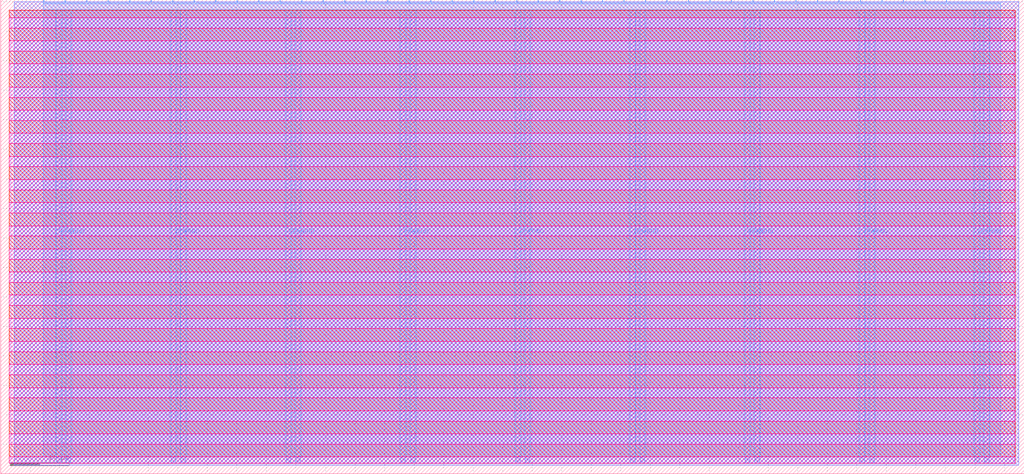
<source format=lef>
VERSION 5.7 ;
  NOWIREEXTENSIONATPIN ON ;
  DIVIDERCHAR "/" ;
  BUSBITCHARS "[]" ;
MACRO tt_um_urish_simon
  CLASS BLOCK ;
  FOREIGN tt_um_urish_simon ;
  ORIGIN 0.000 0.000 ;
  SIZE 346.640 BY 160.720 ;
  PIN VGND
    DIRECTION INOUT ;
    USE GROUND ;
    PORT
      LAYER Metal4 ;
        RECT 22.180 3.620 23.780 157.100 ;
    END
    PORT
      LAYER Metal4 ;
        RECT 61.050 3.620 62.650 157.100 ;
    END
    PORT
      LAYER Metal4 ;
        RECT 99.920 3.620 101.520 157.100 ;
    END
    PORT
      LAYER Metal4 ;
        RECT 138.790 3.620 140.390 157.100 ;
    END
    PORT
      LAYER Metal4 ;
        RECT 177.660 3.620 179.260 157.100 ;
    END
    PORT
      LAYER Metal4 ;
        RECT 216.530 3.620 218.130 157.100 ;
    END
    PORT
      LAYER Metal4 ;
        RECT 255.400 3.620 257.000 157.100 ;
    END
    PORT
      LAYER Metal4 ;
        RECT 294.270 3.620 295.870 157.100 ;
    END
    PORT
      LAYER Metal4 ;
        RECT 333.140 3.620 334.740 157.100 ;
    END
  END VGND
  PIN VPWR
    DIRECTION INOUT ;
    USE POWER ;
    PORT
      LAYER Metal4 ;
        RECT 18.880 3.620 20.480 157.100 ;
    END
    PORT
      LAYER Metal4 ;
        RECT 57.750 3.620 59.350 157.100 ;
    END
    PORT
      LAYER Metal4 ;
        RECT 96.620 3.620 98.220 157.100 ;
    END
    PORT
      LAYER Metal4 ;
        RECT 135.490 3.620 137.090 157.100 ;
    END
    PORT
      LAYER Metal4 ;
        RECT 174.360 3.620 175.960 157.100 ;
    END
    PORT
      LAYER Metal4 ;
        RECT 213.230 3.620 214.830 157.100 ;
    END
    PORT
      LAYER Metal4 ;
        RECT 252.100 3.620 253.700 157.100 ;
    END
    PORT
      LAYER Metal4 ;
        RECT 290.970 3.620 292.570 157.100 ;
    END
    PORT
      LAYER Metal4 ;
        RECT 329.840 3.620 331.440 157.100 ;
    END
  END VPWR
  PIN clk
    DIRECTION INPUT ;
    USE SIGNAL ;
    ANTENNAGATEAREA 0.741000 ;
    PORT
      LAYER Metal4 ;
        RECT 312.890 159.720 313.190 160.720 ;
    END
  END clk
  PIN ena
    DIRECTION INPUT ;
    USE SIGNAL ;
    PORT
      LAYER Metal4 ;
        RECT 320.170 159.720 320.470 160.720 ;
    END
  END ena
  PIN rst_n
    DIRECTION INPUT ;
    USE SIGNAL ;
    ANTENNAGATEAREA 0.726000 ;
    PORT
      LAYER Metal4 ;
        RECT 305.610 159.720 305.910 160.720 ;
    END
  END rst_n
  PIN ui_in[0]
    DIRECTION INPUT ;
    USE SIGNAL ;
    ANTENNAGATEAREA 1.102000 ;
    PORT
      LAYER Metal4 ;
        RECT 298.330 159.720 298.630 160.720 ;
    END
  END ui_in[0]
  PIN ui_in[1]
    DIRECTION INPUT ;
    USE SIGNAL ;
    ANTENNAGATEAREA 0.726000 ;
    PORT
      LAYER Metal4 ;
        RECT 291.050 159.720 291.350 160.720 ;
    END
  END ui_in[1]
  PIN ui_in[2]
    DIRECTION INPUT ;
    USE SIGNAL ;
    ANTENNAGATEAREA 1.102000 ;
    PORT
      LAYER Metal4 ;
        RECT 283.770 159.720 284.070 160.720 ;
    END
  END ui_in[2]
  PIN ui_in[3]
    DIRECTION INPUT ;
    USE SIGNAL ;
    ANTENNAGATEAREA 0.498500 ;
    PORT
      LAYER Metal4 ;
        RECT 276.490 159.720 276.790 160.720 ;
    END
  END ui_in[3]
  PIN ui_in[4]
    DIRECTION INPUT ;
    USE SIGNAL ;
    ANTENNAGATEAREA 1.183000 ;
    PORT
      LAYER Metal4 ;
        RECT 269.210 159.720 269.510 160.720 ;
    END
  END ui_in[4]
  PIN ui_in[5]
    DIRECTION INPUT ;
    USE SIGNAL ;
    PORT
      LAYER Metal4 ;
        RECT 261.930 159.720 262.230 160.720 ;
    END
  END ui_in[5]
  PIN ui_in[6]
    DIRECTION INPUT ;
    USE SIGNAL ;
    PORT
      LAYER Metal4 ;
        RECT 254.650 159.720 254.950 160.720 ;
    END
  END ui_in[6]
  PIN ui_in[7]
    DIRECTION INPUT ;
    USE SIGNAL ;
    ANTENNAGATEAREA 0.741000 ;
    PORT
      LAYER Metal4 ;
        RECT 247.370 159.720 247.670 160.720 ;
    END
  END ui_in[7]
  PIN uio_in[0]
    DIRECTION INPUT ;
    USE SIGNAL ;
    PORT
      LAYER Metal4 ;
        RECT 240.090 159.720 240.390 160.720 ;
    END
  END uio_in[0]
  PIN uio_in[1]
    DIRECTION INPUT ;
    USE SIGNAL ;
    PORT
      LAYER Metal4 ;
        RECT 232.810 159.720 233.110 160.720 ;
    END
  END uio_in[1]
  PIN uio_in[2]
    DIRECTION INPUT ;
    USE SIGNAL ;
    PORT
      LAYER Metal4 ;
        RECT 225.530 159.720 225.830 160.720 ;
    END
  END uio_in[2]
  PIN uio_in[3]
    DIRECTION INPUT ;
    USE SIGNAL ;
    PORT
      LAYER Metal4 ;
        RECT 218.250 159.720 218.550 160.720 ;
    END
  END uio_in[3]
  PIN uio_in[4]
    DIRECTION INPUT ;
    USE SIGNAL ;
    PORT
      LAYER Metal4 ;
        RECT 210.970 159.720 211.270 160.720 ;
    END
  END uio_in[4]
  PIN uio_in[5]
    DIRECTION INPUT ;
    USE SIGNAL ;
    PORT
      LAYER Metal4 ;
        RECT 203.690 159.720 203.990 160.720 ;
    END
  END uio_in[5]
  PIN uio_in[6]
    DIRECTION INPUT ;
    USE SIGNAL ;
    PORT
      LAYER Metal4 ;
        RECT 196.410 159.720 196.710 160.720 ;
    END
  END uio_in[6]
  PIN uio_in[7]
    DIRECTION INPUT ;
    USE SIGNAL ;
    PORT
      LAYER Metal4 ;
        RECT 189.130 159.720 189.430 160.720 ;
    END
  END uio_in[7]
  PIN uio_oe[0]
    DIRECTION OUTPUT ;
    USE SIGNAL ;
    ANTENNADIFFAREA 0.536800 ;
    PORT
      LAYER Metal4 ;
        RECT 65.370 159.720 65.670 160.720 ;
    END
  END uio_oe[0]
  PIN uio_oe[1]
    DIRECTION OUTPUT ;
    USE SIGNAL ;
    ANTENNADIFFAREA 0.536800 ;
    PORT
      LAYER Metal4 ;
        RECT 58.090 159.720 58.390 160.720 ;
    END
  END uio_oe[1]
  PIN uio_oe[2]
    DIRECTION OUTPUT ;
    USE SIGNAL ;
    ANTENNADIFFAREA 0.536800 ;
    PORT
      LAYER Metal4 ;
        RECT 50.810 159.720 51.110 160.720 ;
    END
  END uio_oe[2]
  PIN uio_oe[3]
    DIRECTION OUTPUT ;
    USE SIGNAL ;
    ANTENNADIFFAREA 0.536800 ;
    PORT
      LAYER Metal4 ;
        RECT 43.530 159.720 43.830 160.720 ;
    END
  END uio_oe[3]
  PIN uio_oe[4]
    DIRECTION OUTPUT ;
    USE SIGNAL ;
    ANTENNADIFFAREA 0.536800 ;
    PORT
      LAYER Metal4 ;
        RECT 36.250 159.720 36.550 160.720 ;
    END
  END uio_oe[4]
  PIN uio_oe[5]
    DIRECTION OUTPUT ;
    USE SIGNAL ;
    ANTENNADIFFAREA 0.536800 ;
    PORT
      LAYER Metal4 ;
        RECT 28.970 159.720 29.270 160.720 ;
    END
  END uio_oe[5]
  PIN uio_oe[6]
    DIRECTION OUTPUT ;
    USE SIGNAL ;
    ANTENNADIFFAREA 0.536800 ;
    PORT
      LAYER Metal4 ;
        RECT 21.690 159.720 21.990 160.720 ;
    END
  END uio_oe[6]
  PIN uio_oe[7]
    DIRECTION OUTPUT ;
    USE SIGNAL ;
    ANTENNADIFFAREA 0.360800 ;
    PORT
      LAYER Metal4 ;
        RECT 14.410 159.720 14.710 160.720 ;
    END
  END uio_oe[7]
  PIN uio_out[0]
    DIRECTION OUTPUT ;
    USE SIGNAL ;
    ANTENNADIFFAREA 1.060800 ;
    PORT
      LAYER Metal4 ;
        RECT 123.610 159.720 123.910 160.720 ;
    END
  END uio_out[0]
  PIN uio_out[1]
    DIRECTION OUTPUT ;
    USE SIGNAL ;
    ANTENNADIFFAREA 1.060800 ;
    PORT
      LAYER Metal4 ;
        RECT 116.330 159.720 116.630 160.720 ;
    END
  END uio_out[1]
  PIN uio_out[2]
    DIRECTION OUTPUT ;
    USE SIGNAL ;
    ANTENNADIFFAREA 1.060800 ;
    PORT
      LAYER Metal4 ;
        RECT 109.050 159.720 109.350 160.720 ;
    END
  END uio_out[2]
  PIN uio_out[3]
    DIRECTION OUTPUT ;
    USE SIGNAL ;
    ANTENNADIFFAREA 1.060800 ;
    PORT
      LAYER Metal4 ;
        RECT 101.770 159.720 102.070 160.720 ;
    END
  END uio_out[3]
  PIN uio_out[4]
    DIRECTION OUTPUT ;
    USE SIGNAL ;
    ANTENNADIFFAREA 1.060800 ;
    PORT
      LAYER Metal4 ;
        RECT 94.490 159.720 94.790 160.720 ;
    END
  END uio_out[4]
  PIN uio_out[5]
    DIRECTION OUTPUT ;
    USE SIGNAL ;
    ANTENNADIFFAREA 1.060800 ;
    PORT
      LAYER Metal4 ;
        RECT 87.210 159.720 87.510 160.720 ;
    END
  END uio_out[5]
  PIN uio_out[6]
    DIRECTION OUTPUT ;
    USE SIGNAL ;
    ANTENNADIFFAREA 1.060800 ;
    PORT
      LAYER Metal4 ;
        RECT 79.930 159.720 80.230 160.720 ;
    END
  END uio_out[6]
  PIN uio_out[7]
    DIRECTION OUTPUT ;
    USE SIGNAL ;
    ANTENNADIFFAREA 0.360800 ;
    PORT
      LAYER Metal4 ;
        RECT 72.650 159.720 72.950 160.720 ;
    END
  END uio_out[7]
  PIN uo_out[0]
    DIRECTION OUTPUT ;
    USE SIGNAL ;
    ANTENNAGATEAREA 1.102000 ;
    ANTENNADIFFAREA 2.604400 ;
    PORT
      LAYER Metal4 ;
        RECT 181.850 159.720 182.150 160.720 ;
    END
  END uo_out[0]
  PIN uo_out[1]
    DIRECTION OUTPUT ;
    USE SIGNAL ;
    ANTENNAGATEAREA 0.898000 ;
    ANTENNADIFFAREA 2.604400 ;
    PORT
      LAYER Metal4 ;
        RECT 174.570 159.720 174.870 160.720 ;
    END
  END uo_out[1]
  PIN uo_out[2]
    DIRECTION OUTPUT ;
    USE SIGNAL ;
    ANTENNAGATEAREA 0.898000 ;
    ANTENNADIFFAREA 2.604400 ;
    PORT
      LAYER Metal4 ;
        RECT 167.290 159.720 167.590 160.720 ;
    END
  END uo_out[2]
  PIN uo_out[3]
    DIRECTION OUTPUT ;
    USE SIGNAL ;
    ANTENNAGATEAREA 0.898000 ;
    ANTENNADIFFAREA 2.604400 ;
    PORT
      LAYER Metal4 ;
        RECT 160.010 159.720 160.310 160.720 ;
    END
  END uo_out[3]
  PIN uo_out[4]
    DIRECTION OUTPUT ;
    USE SIGNAL ;
    ANTENNADIFFAREA 1.986000 ;
    PORT
      LAYER Metal4 ;
        RECT 152.730 159.720 153.030 160.720 ;
    END
  END uo_out[4]
  PIN uo_out[5]
    DIRECTION OUTPUT ;
    USE SIGNAL ;
    ANTENNADIFFAREA 1.060800 ;
    PORT
      LAYER Metal4 ;
        RECT 145.450 159.720 145.750 160.720 ;
    END
  END uo_out[5]
  PIN uo_out[6]
    DIRECTION OUTPUT ;
    USE SIGNAL ;
    ANTENNADIFFAREA 1.060800 ;
    PORT
      LAYER Metal4 ;
        RECT 138.170 159.720 138.470 160.720 ;
    END
  END uo_out[6]
  PIN uo_out[7]
    DIRECTION OUTPUT ;
    USE SIGNAL ;
    ANTENNADIFFAREA 1.986000 ;
    PORT
      LAYER Metal4 ;
        RECT 130.890 159.720 131.190 160.720 ;
    END
  END uo_out[7]
  OBS
      LAYER Nwell ;
        RECT 2.930 154.640 343.710 157.230 ;
      LAYER Pwell ;
        RECT 2.930 151.120 343.710 154.640 ;
      LAYER Nwell ;
        RECT 2.930 146.800 343.710 151.120 ;
      LAYER Pwell ;
        RECT 2.930 143.280 343.710 146.800 ;
      LAYER Nwell ;
        RECT 2.930 138.960 343.710 143.280 ;
      LAYER Pwell ;
        RECT 2.930 135.440 343.710 138.960 ;
      LAYER Nwell ;
        RECT 2.930 131.120 343.710 135.440 ;
      LAYER Pwell ;
        RECT 2.930 127.600 343.710 131.120 ;
      LAYER Nwell ;
        RECT 2.930 123.280 343.710 127.600 ;
      LAYER Pwell ;
        RECT 2.930 119.760 343.710 123.280 ;
      LAYER Nwell ;
        RECT 2.930 115.440 343.710 119.760 ;
      LAYER Pwell ;
        RECT 2.930 111.920 343.710 115.440 ;
      LAYER Nwell ;
        RECT 2.930 107.600 343.710 111.920 ;
      LAYER Pwell ;
        RECT 2.930 104.080 343.710 107.600 ;
      LAYER Nwell ;
        RECT 2.930 99.760 343.710 104.080 ;
      LAYER Pwell ;
        RECT 2.930 96.240 343.710 99.760 ;
      LAYER Nwell ;
        RECT 2.930 91.920 343.710 96.240 ;
      LAYER Pwell ;
        RECT 2.930 88.400 343.710 91.920 ;
      LAYER Nwell ;
        RECT 2.930 84.080 343.710 88.400 ;
      LAYER Pwell ;
        RECT 2.930 80.560 343.710 84.080 ;
      LAYER Nwell ;
        RECT 2.930 76.240 343.710 80.560 ;
      LAYER Pwell ;
        RECT 2.930 72.720 343.710 76.240 ;
      LAYER Nwell ;
        RECT 2.930 68.400 343.710 72.720 ;
      LAYER Pwell ;
        RECT 2.930 64.880 343.710 68.400 ;
      LAYER Nwell ;
        RECT 2.930 60.560 343.710 64.880 ;
      LAYER Pwell ;
        RECT 2.930 57.040 343.710 60.560 ;
      LAYER Nwell ;
        RECT 2.930 52.720 343.710 57.040 ;
      LAYER Pwell ;
        RECT 2.930 49.200 343.710 52.720 ;
      LAYER Nwell ;
        RECT 2.930 44.880 343.710 49.200 ;
      LAYER Pwell ;
        RECT 2.930 41.360 343.710 44.880 ;
      LAYER Nwell ;
        RECT 2.930 37.040 343.710 41.360 ;
      LAYER Pwell ;
        RECT 2.930 33.520 343.710 37.040 ;
      LAYER Nwell ;
        RECT 2.930 29.200 343.710 33.520 ;
      LAYER Pwell ;
        RECT 2.930 25.680 343.710 29.200 ;
      LAYER Nwell ;
        RECT 2.930 21.360 343.710 25.680 ;
      LAYER Pwell ;
        RECT 2.930 17.840 343.710 21.360 ;
      LAYER Nwell ;
        RECT 2.930 13.520 343.710 17.840 ;
      LAYER Pwell ;
        RECT 2.930 10.000 343.710 13.520 ;
      LAYER Nwell ;
        RECT 2.930 5.680 343.710 10.000 ;
      LAYER Pwell ;
        RECT 2.930 3.490 343.710 5.680 ;
      LAYER Metal1 ;
        RECT 3.360 3.620 343.280 157.100 ;
      LAYER Metal2 ;
        RECT 4.620 2.890 344.820 160.070 ;
      LAYER Metal3 ;
        RECT 4.570 2.940 344.870 160.020 ;
      LAYER Metal4 ;
        RECT 15.010 159.420 21.390 159.720 ;
        RECT 22.290 159.420 28.670 159.720 ;
        RECT 29.570 159.420 35.950 159.720 ;
        RECT 36.850 159.420 43.230 159.720 ;
        RECT 44.130 159.420 50.510 159.720 ;
        RECT 51.410 159.420 57.790 159.720 ;
        RECT 58.690 159.420 65.070 159.720 ;
        RECT 65.970 159.420 72.350 159.720 ;
        RECT 73.250 159.420 79.630 159.720 ;
        RECT 80.530 159.420 86.910 159.720 ;
        RECT 87.810 159.420 94.190 159.720 ;
        RECT 95.090 159.420 101.470 159.720 ;
        RECT 102.370 159.420 108.750 159.720 ;
        RECT 109.650 159.420 116.030 159.720 ;
        RECT 116.930 159.420 123.310 159.720 ;
        RECT 124.210 159.420 130.590 159.720 ;
        RECT 131.490 159.420 137.870 159.720 ;
        RECT 138.770 159.420 145.150 159.720 ;
        RECT 146.050 159.420 152.430 159.720 ;
        RECT 153.330 159.420 159.710 159.720 ;
        RECT 160.610 159.420 166.990 159.720 ;
        RECT 167.890 159.420 174.270 159.720 ;
        RECT 175.170 159.420 181.550 159.720 ;
        RECT 182.450 159.420 188.830 159.720 ;
        RECT 189.730 159.420 196.110 159.720 ;
        RECT 197.010 159.420 203.390 159.720 ;
        RECT 204.290 159.420 210.670 159.720 ;
        RECT 211.570 159.420 217.950 159.720 ;
        RECT 218.850 159.420 225.230 159.720 ;
        RECT 226.130 159.420 232.510 159.720 ;
        RECT 233.410 159.420 239.790 159.720 ;
        RECT 240.690 159.420 247.070 159.720 ;
        RECT 247.970 159.420 254.350 159.720 ;
        RECT 255.250 159.420 261.630 159.720 ;
        RECT 262.530 159.420 268.910 159.720 ;
        RECT 269.810 159.420 276.190 159.720 ;
        RECT 277.090 159.420 283.470 159.720 ;
        RECT 284.370 159.420 290.750 159.720 ;
        RECT 291.650 159.420 298.030 159.720 ;
        RECT 298.930 159.420 305.310 159.720 ;
        RECT 306.210 159.420 312.590 159.720 ;
        RECT 313.490 159.420 319.870 159.720 ;
        RECT 320.770 159.420 338.660 159.720 ;
        RECT 14.420 157.400 338.660 159.420 ;
        RECT 14.420 5.690 18.580 157.400 ;
        RECT 20.780 5.690 21.880 157.400 ;
        RECT 24.080 5.690 57.450 157.400 ;
        RECT 59.650 5.690 60.750 157.400 ;
        RECT 62.950 5.690 96.320 157.400 ;
        RECT 98.520 5.690 99.620 157.400 ;
        RECT 101.820 5.690 135.190 157.400 ;
        RECT 137.390 5.690 138.490 157.400 ;
        RECT 140.690 5.690 174.060 157.400 ;
        RECT 176.260 5.690 177.360 157.400 ;
        RECT 179.560 5.690 212.930 157.400 ;
        RECT 215.130 5.690 216.230 157.400 ;
        RECT 218.430 5.690 251.800 157.400 ;
        RECT 254.000 5.690 255.100 157.400 ;
        RECT 257.300 5.690 290.670 157.400 ;
        RECT 292.870 5.690 293.970 157.400 ;
        RECT 296.170 5.690 329.540 157.400 ;
        RECT 331.740 5.690 332.840 157.400 ;
        RECT 335.040 5.690 338.660 157.400 ;
  END
END tt_um_urish_simon
END LIBRARY


</source>
